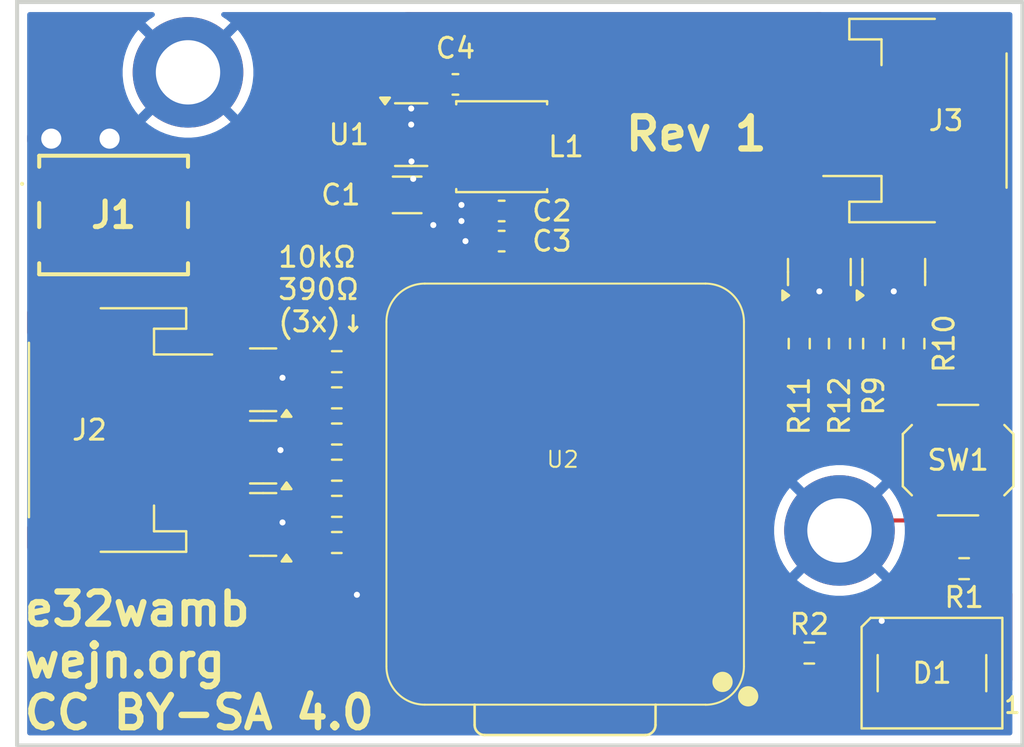
<source format=kicad_pcb>
(kicad_pcb (version 20241229) (generator "pcbnew") (generator_version "9.0")
  (title_block (title "e32wamb pcb") (date "2025-04-08") (rev "1") (company "wejn.org") (comment 1 "Licensed under CC BY-SA 4.0") (comment 2 "Open Source Hardware"))
  (layers (0 "F.Cu" signal) (2 "B.Cu" signal) (13 "F.Paste" user) (15 "B.Paste" user) (5 "F.SilkS" user "F.Silkscreen") (7 "B.SilkS" user "B.Silkscreen") (1 "F.Mask" user) (3 "B.Mask" user) (25 "Edge.Cuts" user))
  (net 0 "")
  (net 1 "VIN")
  (net 2 "GND")
  (net 3 "+3.3V")
  (net 4 "Net-(U1-SW)")
  (net 5 "Net-(U1-BST)")
  (net 7 "Net-(D1-DIN)")
  (net 8 "led 0")
  (net 9 "led 2")
  (net 10 "led 1")
  (net 11 "led 3")
  (net 12 "led 4")
  (net 13 "Net-(Q1-G)")
  (net 14 "Net-(Q2-G)")
  (net 15 "Net-(Q3-G)")
  (net 16 "Net-(Q4-G)")
  (net 17 "Net-(Q5-G)")
  (net 18 "reset button")
  (net 19 "status indicator")
  (net 20 "pwm drive 0")
  (net 21 "pwm drive 1")
  (net 22 "pwm drive 2")
  (net 23 "pwm drive 3")
  (net 24 "pwm drive 4")
  (footprint "Resistor_SMD:R_0603_1608Metric" (layer "F.Cu") (at 94.6 67 90)
    (property "Reference" "R10" (at 0 1.5 90) (layer "F.SilkS"))
    (property "Value" "10kΩ" (hide yes))
    (fp_line (start -0.237258 -0.5225) (end 0.237258 -0.5225) (stroke (width 0.12)) (layer "F.SilkS"))
    (fp_line (start -0.237258 0.5225) (end 0.237258 0.5225) (stroke (width 0.12)) (layer "F.SilkS"))
    (pad "1" smd roundrect (at -0.825 0 90) (size 0.8 0.95) (layers "F.Cu" "F.Mask" "F.Paste") (net 23 "pwm drive 3"))
    (pad "2" smd roundrect (at 0.825 0 90) (size 0.8 0.95) (layers "F.Cu" "F.Mask" "F.Paste") (net 2 "GND"))
  )
  (footprint "Resistor_SMD:R_0603_1608Metric" (layer "F.Cu") (at 65.9 76.9)
    (property "Reference" "R7" (hide yes))
    (property "Value" "390Ω" (hide yes))
    (fp_line (start -0.237258 -0.5225) (end 0.237258 -0.5225) (stroke (width 0.12)) (layer "F.SilkS"))
    (fp_line (start -0.237258 0.5225) (end 0.237258 0.5225) (stroke (width 0.12)) (layer "F.SilkS"))
    (pad "1" smd roundrect (at -0.825 0) (size 0.8 0.95) (layers "F.Cu" "F.Mask" "F.Paste") (net 15 "Net-(Q3-G)"))
    (pad "2" smd roundrect (at 0.825 0) (size 0.8 0.95) (layers "F.Cu" "F.Mask" "F.Paste") (net 22 "pwm drive 2"))
  )
  (footprint "Resistor_SMD:R_0603_1608Metric" (layer "F.Cu") (at 65.9 75.1 180)
    (property "Reference" "R8" (hide yes))
    (property "Value" "10kΩ" (hide yes))
    (fp_line (start -0.237258 0.5225) (end 0.237258 0.5225) (stroke (width 0.12)) (layer "F.SilkS"))
    (fp_line (start -0.237258 -0.5225) (end 0.237258 -0.5225) (stroke (width 0.12)) (layer "F.SilkS"))
    (pad "1" smd roundrect (at -0.825 0 180) (size 0.8 0.95) (layers "F.Cu" "F.Mask" "F.Paste") (net 22 "pwm drive 2"))
    (pad "2" smd roundrect (at 0.825 0 180) (size 0.8 0.95) (layers "F.Cu" "F.Mask" "F.Paste") (net 2 "GND"))
  )
  (footprint "Package_TO_SOT_SMD:SOT-23" (layer "F.Cu") (at 89.9 63.4375 90)
    (property "Reference" "Q5" (hide yes))
    (property "Value" "AO3400" (hide yes))
    (fp_line (start 0 -1.56) (end 0.65 -1.56) (stroke (width 0.12)) (layer "F.SilkS"))
    (fp_line (start 0 -1.56) (end -0.65 -1.56) (stroke (width 0.12)) (layer "F.SilkS"))
    (fp_line (start 0 1.56) (end 0.65 1.56) (stroke (width 0.12)) (layer "F.SilkS"))
    (fp_line (start 0 1.56) (end -0.65 1.56) (stroke (width 0.12)) (layer "F.SilkS"))
    (fp_poly (pts (xy -1.1625 -1.51) (xy -1.4025 -1.84) (xy -0.9225 -1.84) (xy -1.1625 -1.51)) (stroke (width 0.12)) (fill yes) (layer "F.SilkS"))
    (pad "1" smd roundrect (at -0.9375 -0.95 90) (size 1.475 0.6) (layers "F.Cu" "F.Mask" "F.Paste") (net 17 "Net-(Q5-G)"))
    (pad "2" smd roundrect (at -0.9375 0.95 90) (size 1.475 0.6) (layers "F.Cu" "F.Mask" "F.Paste") (net 2 "GND"))
    (pad "3" smd roundrect (at 0.9375 0 90) (size 1.475 0.6) (layers "F.Cu" "F.Mask" "F.Paste") (net 12 "led 4"))
  )
  (footprint "Resistor_SMD:R_0603_1608Metric" (layer "F.Cu") (at 89.4 82.4)
    (property "Reference" "R2" (at 0 -1.43 0) (layer "F.SilkS"))
    (property "Value" "0Ω" (hide yes))
    (fp_line (start -0.237258 -0.5225) (end 0.237258 -0.5225) (stroke (width 0.12)) (layer "F.SilkS"))
    (fp_line (start -0.237258 0.5225) (end 0.237258 0.5225) (stroke (width 0.12)) (layer "F.SilkS"))
    (pad "1" smd roundrect (at -0.825 0) (size 0.8 0.95) (layers "F.Cu" "F.Mask" "F.Paste") (net 19 "status indicator"))
    (pad "2" smd roundrect (at 0.825 0) (size 0.8 0.95) (layers "F.Cu" "F.Mask" "F.Paste") (net 7 "Net-(D1-DIN)"))
  )
  (footprint "Package_TO_SOT_SMD:SOT-23" (layer "F.Cu") (at 62.2375 68.8 180)
    (property "Reference" "Q1" (hide yes))
    (property "Value" "AO3400" (hide yes))
    (fp_line (start 0 1.56) (end 0.65 1.56) (stroke (width 0.12)) (layer "F.SilkS"))
    (fp_line (start 0 1.56) (end -0.65 1.56) (stroke (width 0.12)) (layer "F.SilkS"))
    (fp_line (start 0 -1.56) (end 0.65 -1.56) (stroke (width 0.12)) (layer "F.SilkS"))
    (fp_line (start 0 -1.56) (end -0.65 -1.56) (stroke (width 0.12)) (layer "F.SilkS"))
    (fp_poly (pts (xy -1.1625 -1.51) (xy -1.4025 -1.84) (xy -0.9225 -1.84) (xy -1.1625 -1.51)) (stroke (width 0.12)) (fill yes) (layer "F.SilkS"))
    (pad "1" smd roundrect (at -0.9375 -0.95 180) (size 1.475 0.6) (layers "F.Cu" "F.Mask" "F.Paste") (net 13 "Net-(Q1-G)"))
    (pad "2" smd roundrect (at -0.9375 0.95 180) (size 1.475 0.6) (layers "F.Cu" "F.Mask" "F.Paste") (net 2 "GND"))
    (pad "3" smd roundrect (at 0.9375 0 180) (size 1.475 0.6) (layers "F.Cu" "F.Mask" "F.Paste") (net 8 "led 0"))
  )
  (footprint "Inductor_SMD:L_Sunlord_SWPA4030S" (layer "F.Cu") (at 74.1 57.2)
    (property "Reference" "L1" (at 3.2 0 0) (layer "F.SilkS"))
    (property "Value" "3.9μH" (hide yes))
    (fp_line (start -2.26 -2.26) (end -2.26 -2.11) (stroke (width 0.12)) (layer "F.SilkS"))
    (fp_line (start -2.26 -2.26) (end 2.26 -2.26) (stroke (width 0.12)) (layer "F.SilkS"))
    (fp_line (start -2.26 2.26) (end -2.26 2.11) (stroke (width 0.12)) (layer "F.SilkS"))
    (fp_line (start -2.26 2.26) (end 2.26 2.26) (stroke (width 0.12)) (layer "F.SilkS"))
    (fp_line (start 2.26 -2.26) (end 2.26 -2.11) (stroke (width 0.12)) (layer "F.SilkS"))
    (fp_line (start 2.26 2.26) (end 2.26 2.11) (stroke (width 0.12)) (layer "F.SilkS"))
    (pad "1" smd roundrect (at -1.5 0) (size 1.1 3.7) (layers "F.Cu" "F.Mask" "F.Paste") (roundrect_rratio 0.227273) (net 4 "Net-(U1-SW)"))
    (pad "2" smd roundrect (at 1.5 0) (size 1.1 3.7) (layers "F.Cu" "F.Mask" "F.Paste") (roundrect_rratio 0.227273) (net 3 "+3.3V"))
  )
  (footprint "Capacitor_SMD:C_0603_1608Metric" (layer "F.Cu") (at 74.1 61.9 180)
    (property "Reference" "C3" (at -2.5 0 0) (layer "F.SilkS"))
    (property "Value" "22μF" (hide yes))
    (fp_line (start -0.14058 0.51) (end 0.14058 0.51) (stroke (width 0.12)) (layer "F.SilkS"))
    (fp_line (start -0.14058 -0.51) (end 0.14058 -0.51) (stroke (width 0.12)) (layer "F.SilkS"))
    (pad "1" smd roundrect (at -0.775 0 180) (size 0.9 0.95) (layers "F.Cu" "F.Mask" "F.Paste") (net 3 "+3.3V"))
    (pad "2" smd roundrect (at 0.775 0 180) (size 0.9 0.95) (layers "F.Cu" "F.Mask" "F.Paste") (net 2 "GND"))
  )
  (footprint "Capacitor_SMD:C_0603_1608Metric" (layer "F.Cu") (at 74.1 60.4 180)
    (property "Reference" "C2" (at -2.5 0 0) (layer "F.SilkS"))
    (property "Value" "22μF" (hide yes))
    (fp_line (start -0.14058 0.51) (end 0.14058 0.51) (stroke (width 0.12)) (layer "F.SilkS"))
    (fp_line (start -0.14058 -0.51) (end 0.14058 -0.51) (stroke (width 0.12)) (layer "F.SilkS"))
    (pad "1" smd roundrect (at -0.775 0 180) (size 0.9 0.95) (layers "F.Cu" "F.Mask" "F.Paste") (net 3 "+3.3V"))
    (pad "2" smd roundrect (at 0.775 0 180) (size 0.9 0.95) (layers "F.Cu" "F.Mask" "F.Paste") (net 2 "GND"))
  )
  (footprint "Capacitor_SMD:C_0603_1608Metric" (layer "F.Cu") (at 71.8 54.1 180)
    (property "Reference" "C4" (at 0 1.8 0) (layer "F.SilkS"))
    (property "Value" "100nF" (hide yes))
    (fp_line (start -0.14058 0.51) (end 0.14058 0.51) (stroke (width 0.12)) (layer "F.SilkS"))
    (fp_line (start -0.14058 -0.51) (end 0.14058 -0.51) (stroke (width 0.12)) (layer "F.SilkS"))
    (pad "1" smd roundrect (at -0.775 0 180) (size 0.9 0.95) (layers "F.Cu" "F.Mask" "F.Paste") (net 4 "Net-(U1-SW)"))
    (pad "2" smd roundrect (at 0.775 0 180) (size 0.9 0.95) (layers "F.Cu" "F.Mask" "F.Paste") (net 5 "Net-(U1-BST)"))
  )
  (footprint "Package_TO_SOT_SMD:SOT-23" (layer "F.Cu") (at 62.2375 72.4 180)
    (property "Reference" "Q2" (hide yes))
    (property "Value" "AO3400" (hide yes))
    (fp_line (start 0 1.56) (end 0.65 1.56) (stroke (width 0.12)) (layer "F.SilkS"))
    (fp_line (start 0 1.56) (end -0.65 1.56) (stroke (width 0.12)) (layer "F.SilkS"))
    (fp_line (start 0 -1.56) (end 0.65 -1.56) (stroke (width 0.12)) (layer "F.SilkS"))
    (fp_line (start 0 -1.56) (end -0.65 -1.56) (stroke (width 0.12)) (layer "F.SilkS"))
    (fp_poly (pts (xy -1.1625 -1.51) (xy -1.4025 -1.84) (xy -0.9225 -1.84) (xy -1.1625 -1.51)) (stroke (width 0.12)) (fill yes) (layer "F.SilkS"))
    (pad "1" smd roundrect (at -0.9375 -0.95 180) (size 1.475 0.6) (layers "F.Cu" "F.Mask" "F.Paste") (net 14 "Net-(Q2-G)"))
    (pad "2" smd roundrect (at -0.9375 0.95 180) (size 1.475 0.6) (layers "F.Cu" "F.Mask" "F.Paste") (net 2 "GND"))
    (pad "3" smd roundrect (at 0.9375 0 180) (size 1.475 0.6) (layers "F.Cu" "F.Mask" "F.Paste") (net 10 "led 1"))
  )
  (footprint "misc-lib:JST_PH_S4B-PH-SM4-TB_1x04-1MP_P2.00mm_Horizontal" (layer "F.Cu") (at 55.1 71.3 -90)
    (property "Reference" "J2" (at 0 1.5 0) (layer "F.SilkS"))
    (property "Value" "Conn_01x04" (hide yes))
    (fp_line (start -4.34 4.51) (end 4.34 4.51) (stroke (width 0.12)) (layer "F.SilkS"))
    (fp_line (start -6.06 0.94) (end -6.06 -3.31) (stroke (width 0.12)) (layer "F.SilkS"))
    (fp_line (start 6.06 0.94) (end 6.06 -3.31) (stroke (width 0.12)) (layer "F.SilkS"))
    (fp_line (start -5.04 -1.71) (end -3.76 -1.71) (stroke (width 0.12)) (layer "F.SilkS"))
    (fp_line (start -3.76 -1.71) (end -3.76 -4.6) (stroke (width 0.12)) (layer "F.SilkS"))
    (fp_line (start 5.04 -1.71) (end 3.76 -1.71) (stroke (width 0.12)) (layer "F.SilkS"))
    (fp_line (start -6.06 -3.31) (end -5.04 -3.31) (stroke (width 0.12)) (layer "F.SilkS"))
    (fp_line (start -5.04 -3.31) (end -5.04 -1.71) (stroke (width 0.12)) (layer "F.SilkS"))
    (fp_line (start 5.04 -3.31) (end 5.04 -1.71) (stroke (width 0.12)) (layer "F.SilkS"))
    (fp_line (start 6.06 -3.31) (end 5.04 -3.31) (stroke (width 0.12)) (layer "F.SilkS"))
    (pad "1" smd roundrect (at -3 -2.85 270) (size 1 3.5) (layers "F.Cu" "F.Mask" "F.Paste") (net 1 "VIN"))
    (pad "2" smd roundrect (at -1 -2.85 270) (size 1 3.5) (layers "F.Cu" "F.Mask" "F.Paste") (net 8 "led 0"))
    (pad "3" smd roundrect (at 1 -2.85 270) (size 1 3.5) (layers "F.Cu" "F.Mask" "F.Paste") (net 10 "led 1"))
    (pad "4" smd roundrect (at 3 -2.85 270) (size 1 3.5) (layers "F.Cu" "F.Mask" "F.Paste") (net 9 "led 2"))
    (pad "MP" smd roundrect (at -5.35 2.9 270) (size 1.5 3.4) (layers "F.Cu" "F.Mask" "F.Paste") (roundrect_rratio 0.166667))
    (pad "MP" smd roundrect (at 5.35 2.9 270) (size 1.5 3.4) (layers "F.Cu" "F.Mask" "F.Paste") (roundrect_rratio 0.166667))
  )
  (footprint "Resistor_SMD:R_0603_1608Metric" (layer "F.Cu") (at 65.9 69.7)
    (property "Reference" "R3" (hide yes))
    (property "Value" "390Ω" (hide yes))
    (fp_line (start -0.237258 -0.5225) (end 0.237258 -0.5225) (stroke (width 0.12)) (layer "F.SilkS"))
    (fp_line (start -0.237258 0.5225) (end 0.237258 0.5225) (stroke (width 0.12)) (layer "F.SilkS"))
    (pad "1" smd roundrect (at -0.825 0) (size 0.8 0.95) (layers "F.Cu" "F.Mask" "F.Paste") (net 13 "Net-(Q1-G)"))
    (pad "2" smd roundrect (at 0.825 0) (size 0.8 0.95) (layers "F.Cu" "F.Mask" "F.Paste") (net 20 "pwm drive 0"))
  )
  (footprint "Package_TO_SOT_SMD:SOT-23" (layer "F.Cu") (at 62.2375 76 180)
    (property "Reference" "Q3" (hide yes))
    (property "Value" "AO3400" (hide yes))
    (fp_line (start 0 1.56) (end 0.65 1.56) (stroke (width 0.12)) (layer "F.SilkS"))
    (fp_line (start 0 1.56) (end -0.65 1.56) (stroke (width 0.12)) (layer "F.SilkS"))
    (fp_line (start 0 -1.56) (end 0.65 -1.56) (stroke (width 0.12)) (layer "F.SilkS"))
    (fp_line (start 0 -1.56) (end -0.65 -1.56) (stroke (width 0.12)) (layer "F.SilkS"))
    (fp_poly (pts (xy -1.1625 -1.51) (xy -1.4025 -1.84) (xy -0.9225 -1.84) (xy -1.1625 -1.51)) (stroke (width 0.12)) (fill yes) (layer "F.SilkS"))
    (pad "1" smd roundrect (at -0.9375 -0.95 180) (size 1.475 0.6) (layers "F.Cu" "F.Mask" "F.Paste") (net 15 "Net-(Q3-G)"))
    (pad "2" smd roundrect (at -0.9375 0.95 180) (size 1.475 0.6) (layers "F.Cu" "F.Mask" "F.Paste") (net 2 "GND"))
    (pad "3" smd roundrect (at 0.9375 0 180) (size 1.475 0.6) (layers "F.Cu" "F.Mask" "F.Paste") (net 9 "led 2"))
  )
  (footprint "misc-lib:JST_PH_S3B-PH-SM4-TB_1x03-1MP_P2.00mm_Horizontal" (layer "F.Cu") (at 94.7 55.9 90)
    (property "Reference" "J3" (at 0 1.5 180) (layer "F.SilkS"))
    (property "Value" "Conn_01x03" (hide yes))
    (fp_line (start 5.06 -3.31) (end 4.04 -3.31) (stroke (width 0.12)) (layer "F.SilkS"))
    (fp_line (start 4.04 -3.31) (end 4.04 -1.71) (stroke (width 0.12)) (layer "F.SilkS"))
    (fp_line (start -4.04 -3.31) (end -4.04 -1.71) (stroke (width 0.12)) (layer "F.SilkS"))
    (fp_line (start -5.06 -3.31) (end -4.04 -3.31) (stroke (width 0.12)) (layer "F.SilkS"))
    (fp_line (start 4.04 -1.71) (end 2.76 -1.71) (stroke (width 0.12)) (layer "F.SilkS"))
    (fp_line (start -2.76 -1.71) (end -2.76 -4.6) (stroke (width 0.12)) (layer "F.SilkS"))
    (fp_line (start -4.04 -1.71) (end -2.76 -1.71) (stroke (width 0.12)) (layer "F.SilkS"))
    (fp_line (start 5.06 0.94) (end 5.06 -3.31) (stroke (width 0.12)) (layer "F.SilkS"))
    (fp_line (start -5.06 0.94) (end -5.06 -3.31) (stroke (width 0.12)) (layer "F.SilkS"))
    (fp_line (start -3.34 4.51) (end 3.34 4.51) (stroke (width 0.12)) (layer "F.SilkS"))
    (pad "1" smd roundrect (at -2 -2.85 90) (size 1 3.5) (layers "F.Cu" "F.Mask" "F.Paste") (net 11 "led 3"))
    (pad "2" smd roundrect (at 0 -2.85 90) (size 1 3.5) (layers "F.Cu" "F.Mask" "F.Paste") (net 12 "led 4"))
    (pad "3" smd roundrect (at 2 -2.85 90) (size 1 3.5) (layers "F.Cu" "F.Mask" "F.Paste") (net 1 "VIN"))
    (pad "MP" smd roundrect (at -4.35 2.9 90) (size 1.5 3.4) (layers "F.Cu" "F.Mask" "F.Paste") (roundrect_rratio 0.166667))
    (pad "MP" smd roundrect (at 4.35 2.9 90) (size 1.5 3.4) (layers "F.Cu" "F.Mask" "F.Paste") (roundrect_rratio 0.166667))
  )
  (footprint "MountingHole:MountingHole_3.2mm_M3_ISO14580_Pad" (layer "F.Cu") (at 58.5 53.5)
    (property "Reference" "H1" (hide yes))
    (property "Value" "MountingHole_Pad" (hide yes))
    (pad "1" thru_hole circle (at 0 0) (size 5.5 5.5) (drill 3.2) (layers "*.Cu" "*.Mask") (net 2 "GND"))
  )
  (footprint "xiao:XIAO-ESP32C6-SMD" (layer "F.Cu") (at 77.032 74.4532 180)
    (property "Reference" "U2" (at -0.968 2.1532 0) (layer "F.SilkS") (effects (font (size 0.8 0.8) (thickness 0.1)) (justify right top)))
    (property "Value" "XIAO-ESP32-C6-SMD")
    (fp_line (start 8.6634 8.5345) (end 8.6634 -8.6105) (stroke (width 0.1)) (layer "F.SilkS"))
    (fp_line (start 6.7584 -10.5155) (end -7.2116 -10.5155) (stroke (width 0.1)) (layer "F.SilkS"))
    (fp_line (start 4.2774 -11.5255) (end 4.2774 -10.5155) (stroke (width 0.127)) (layer "F.SilkS"))
    (fp_line (start -4.217872 -12.0255) (end 3.7774 -12.0255) (stroke (width 0.127)) (layer "F.SilkS"))
    (fp_line (start -4.7216 -10.5155) (end -4.717872 -11.525772) (stroke (width 0.127)) (layer "F.SilkS"))
    (fp_line (start -7.2116 10.4395) (end 6.7584 10.4395) (stroke (width 0.1)) (layer "F.SilkS"))
    (fp_line (start -9.1166 8.5345) (end -9.1166 -8.6105) (stroke (width 0.1)) (layer "F.SilkS"))
    (fp_arc (start 8.6634 8.5345) (mid 8.105438 9.881538) (end 6.7584 10.4395) (stroke (width 0.1)) (layer "F.SilkS"))
    (fp_arc (start 6.7584 -10.5155) (mid 8.105438 -9.957538) (end 8.6634 -8.6105) (stroke (width 0.1)) (layer "F.SilkS"))
    (fp_arc (start 3.7774 -12.0255) (mid 4.130953 -11.879053) (end 4.2774 -11.5255) (stroke (width 0.127)) (layer "F.SilkS"))
    (fp_arc (start -4.717872 -11.525772) (mid -4.571324 -11.879144) (end -4.217872 -12.0255) (stroke (width 0.127)) (layer "F.SilkS"))
    (fp_arc (start -7.2116 10.4395) (mid -8.558638 9.881538) (end -9.1166 8.5345) (stroke (width 0.1)) (layer "F.SilkS"))
    (fp_arc (start -9.1166 -8.6145) (mid -8.558638 -9.961538) (end -7.2116 -10.5195) (stroke (width 0.1)) (layer "F.SilkS"))
    (fp_circle (center -8.0526 -9.3825) (end -8.0526 -9.6365) (stroke (width 0.5)) (fill yes) (layer "F.SilkS"))
    (fp_circle (center -9.3266 -10.0995) (end -9.3266 -10.3535) (stroke (width 0.5)) (fill yes) (layer "F.SilkS"))
    (pad "1" smd roundrect (at -8.2816 -7.5985 180) (size 2.75 2) (layers "F.Cu" "F.Mask" "F.Paste") (net 19 "status indicator"))
    (pad "2" smd roundrect (at -8.2816 -5.0585 180) (size 2.75 2) (layers "F.Cu" "F.Mask" "F.Paste") (net 18 "reset button"))
    (pad "3" smd roundrect (at -8.2816 -2.5185 180) (size 2.75 2) (layers "F.Cu" "F.Mask" "F.Paste"))
    (pad "4" smd roundrect (at -8.2816 0.0215 180) (size 2.75 2) (layers "F.Cu" "F.Mask" "F.Paste") (net 23 "pwm drive 3"))
    (pad "5" smd roundrect (at -8.2816 2.5615 180) (size 2.75 2) (layers "F.Cu" "F.Mask" "F.Paste") (net 24 "pwm drive 4"))
    (pad "6" smd roundrect (at -8.2816 5.1015 180) (size 2.75 2) (layers "F.Cu" "F.Mask" "F.Paste"))
    (pad "7" smd roundrect (at -8.2816 7.6415 180) (size 2.75 2) (layers "F.Cu" "F.Mask" "F.Paste"))
    (pad "8" smd roundrect (at 7.8834 7.6415 180) (size 2.75 2) (layers "F.Cu" "F.Mask" "F.Paste"))
    (pad "9" smd roundrect (at 7.8834 5.1015 180) (size 2.75 2) (layers "F.Cu" "F.Mask" "F.Paste") (net 21 "pwm drive 1"))
    (pad "10" smd roundrect (at 7.8834 2.5615 180) (size 2.75 2) (layers "F.Cu" "F.Mask" "F.Paste") (net 22 "pwm drive 2"))
    (pad "11" smd roundrect (at 7.8834 0.0215 180) (size 2.75 2) (layers "F.Cu" "F.Mask" "F.Paste") (net 20 "pwm drive 0"))
    (pad "12" smd roundrect (at 7.8834 -2.5185 180) (size 2.75 2) (layers "F.Cu" "F.Mask" "F.Paste") (net 3 "+3.3V"))
    (pad "13" smd roundrect (at 7.8834 -5.0585 180) (size 2.75 2) (layers "F.Cu" "F.Mask" "F.Paste") (net 2 "GND"))
    (pad "14" smd roundrect (at 7.8834 -7.5985 180) (size 2.75 2) (layers "F.Cu" "F.Mask" "F.Paste"))
    (pad "15" smd roundrect (at -2.008 5.5532 90) (size 2.5 1.1) (layers "F.Cu" "F.Mask" "F.Paste"))
    (pad "16" smd roundrect (at 0.532 5.5532 90) (size 2.5 1.1) (layers "F.Cu" "F.Mask" "F.Paste"))
    (pad "17" smd circle (at -1.5 -8.62 180) (size 1.7 1.7) (layers "F.Cu" "F.Mask" "F.Paste"))
    (pad "18" smd circle (at 1.04 -8.62 180) (size 1.7 1.7) (layers "F.Cu" "F.Mask" "F.Paste"))
    (pad "19" smd circle (at -1.5 -6.08 180) (size 1.7 1.7) (layers "F.Cu" "F.Mask" "F.Paste"))
    (pad "20" smd circle (at 1.04 -6.08 180) (size 1.7 1.7) (layers "F.Cu" "F.Mask" "F.Paste"))
    (pad "21" smd circle (at -1.5 -3.54 180) (size 1.7 1.7) (layers "F.Cu" "F.Mask" "F.Paste"))
    (pad "22" smd circle (at 1.04 -3.54 180) (size 1.7 1.7) (layers "F.Cu" "F.Mask" "F.Paste"))
    (pad "23" smd circle (at -1.5 -1 180) (size 1.7 1.7) (layers "F.Cu" "F.Mask" "F.Paste"))
    (pad "24" smd circle (at 0.9474 -1.0568 180) (size 1.7 1.7) (layers "F.Cu" "F.Mask" "F.Paste"))
  )
  (footprint "MountingHole:MountingHole_3.2mm_M3_ISO14580_Pad" (layer "F.Cu") (at 90.9 76.3)
    (property "Reference" "H2" (hide yes))
    (property "Value" "MountingHole_Pad" (hide yes))
    (pad "1" thru_hole circle (at 0 0) (size 5.5 5.5) (drill 3.2) (layers "*.Cu" "*.Mask") (net 2 "GND"))
  )
  (footprint "Resistor_SMD:R_0603_1608Metric" (layer "F.Cu") (at 65.9 67.9 180)
    (property "Reference" "R4" (hide yes))
    (property "Value" "10kΩ" (hide yes))
    (fp_line (start -0.237258 0.5225) (end 0.237258 0.5225) (stroke (width 0.12)) (layer "F.SilkS"))
    (fp_line (start -0.237258 -0.5225) (end 0.237258 -0.5225) (stroke (width 0.12)) (layer "F.SilkS"))
    (pad "1" smd roundrect (at -0.825 0 180) (size 0.8 0.95) (layers "F.Cu" "F.Mask" "F.Paste") (net 20 "pwm drive 0"))
    (pad "2" smd roundrect (at 0.825 0 180) (size 0.8 0.95) (layers "F.Cu" "F.Mask" "F.Paste") (net 2 "GND"))
  )
  (footprint "Package_TO_SOT_SMD:SOT-23" (layer "F.Cu") (at 93.6 63.4375 90)
    (property "Reference" "Q4" (hide yes))
    (property "Value" "AO3400" (hide yes))
    (fp_line (start 0 -1.56) (end 0.65 -1.56) (stroke (width 0.12)) (layer "F.SilkS"))
    (fp_line (start 0 -1.56) (end -0.65 -1.56) (stroke (width 0.12)) (layer "F.SilkS"))
    (fp_line (start 0 1.56) (end 0.65 1.56) (stroke (width 0.12)) (layer "F.SilkS"))
    (fp_line (start 0 1.56) (end -0.65 1.56) (stroke (width 0.12)) (layer "F.SilkS"))
    (fp_poly (pts (xy -1.1625 -1.51) (xy -1.4025 -1.84) (xy -0.9225 -1.84) (xy -1.1625 -1.51)) (stroke (width 0.12)) (fill yes) (layer "F.SilkS"))
    (pad "1" smd roundrect (at -0.9375 -0.95 90) (size 1.475 0.6) (layers "F.Cu" "F.Mask" "F.Paste") (net 16 "Net-(Q4-G)"))
    (pad "2" smd roundrect (at -0.9375 0.95 90) (size 1.475 0.6) (layers "F.Cu" "F.Mask" "F.Paste") (net 2 "GND"))
    (pad "3" smd roundrect (at 0.9375 0 90) (size 1.475 0.6) (layers "F.Cu" "F.Mask" "F.Paste") (net 11 "led 3"))
  )
  (footprint "Capacitor_SMD:C_1206_3216Metric" (layer "F.Cu") (at 69.4 59.6)
    (property "Reference" "C1" (at -3.3 0 0) (layer "F.SilkS"))
    (property "Value" "10μF" (hide yes))
    (fp_line (start -0.711252 -0.91) (end 0.711252 -0.91) (stroke (width 0.12)) (layer "F.SilkS"))
    (fp_line (start -0.711252 0.91) (end 0.711252 0.91) (stroke (width 0.12)) (layer "F.SilkS"))
    (pad "1" smd roundrect (at -1.475 0) (size 1.15 1.8) (layers "F.Cu" "F.Mask" "F.Paste") (roundrect_rratio 0.217391) (net 1 "VIN"))
    (pad "2" smd roundrect (at 1.475 0) (size 1.15 1.8) (layers "F.Cu" "F.Mask" "F.Paste") (roundrect_rratio 0.217391) (net 2 "GND"))
  )
  (footprint "Resistor_SMD:R_0603_1608Metric" (layer "F.Cu") (at 65.9 71.5 180)
    (property "Reference" "R6" (hide yes))
    (property "Value" "10kΩ" (hide yes))
    (fp_line (start -0.237258 0.5225) (end 0.237258 0.5225) (stroke (width 0.12)) (layer "F.SilkS"))
    (fp_line (start -0.237258 -0.5225) (end 0.237258 -0.5225) (stroke (width 0.12)) (layer "F.SilkS"))
    (pad "1" smd roundrect (at -0.825 0 180) (size 0.8 0.95) (layers "F.Cu" "F.Mask" "F.Paste") (net 21 "pwm drive 1"))
    (pad "2" smd roundrect (at 0.825 0 180) (size 0.8 0.95) (layers "F.Cu" "F.Mask" "F.Paste") (net 2 "GND"))
  )
  (footprint "Resistor_SMD:R_0603_1608Metric" (layer "F.Cu") (at 97.1 78.2 180)
    (property "Reference" "R1" (at 0 -1.43 0) (layer "F.SilkS"))
    (property "Value" "10kΩ" (hide yes))
    (fp_line (start -0.237258 0.5225) (end 0.237258 0.5225) (stroke (width 0.12)) (layer "F.SilkS"))
    (fp_line (start -0.237258 -0.5225) (end 0.237258 -0.5225) (stroke (width 0.12)) (layer "F.SilkS"))
    (pad "1" smd roundrect (at -0.825 0 180) (size 0.8 0.95) (layers "F.Cu" "F.Mask" "F.Paste") (net 3 "+3.3V"))
    (pad "2" smd roundrect (at 0.825 0 180) (size 0.8 0.95) (layers "F.Cu" "F.Mask" "F.Paste") (net 18 "reset button"))
  )
  (footprint "LED_SMD:LED_WS2812B_PLCC4_5.0x5.0mm_P3.2mm" (layer "F.Cu") (at 95.5 83.4 180)
    (property "Reference" "D1" (at 0 0 0) (layer "F.SilkS"))
    (property "Value" "WS2812B" (hide yes))
    (fp_line (start 3.5 2.3) (end 3.5 -2.75) (stroke (width 0.12)) (layer "F.SilkS"))
    (fp_line (start 3.05 2.75) (end 3.5 2.3) (stroke (width 0.12)) (layer "F.SilkS"))
    (fp_line (start 2.7 0.9) (end 2.7 -0.9) (stroke (width 0.12)) (layer "F.SilkS"))
    (fp_line (start -2.7 0.9) (end -2.7 -0.9) (stroke (width 0.12)) (layer "F.SilkS"))
    (fp_line (start -3.5 2.75) (end 3.05 2.75) (stroke (width 0.12)) (layer "F.SilkS"))
    (fp_line (start -3.5 -2.75) (end 3.5 -2.75) (stroke (width 0.12)) (layer "F.SilkS"))
    (fp_line (start -3.5 -2.75) (end -3.5 2.75) (stroke (width 0.12)) (layer "F.SilkS"))
    (fp_text user "1" (at -4 -1.6 0) (layer "F.SilkS") (effects (font (size 0.8 0.8))))
    (pad "1" smd roundrect (at -2.45 -1.65 180) (size 1.5 0.9) (layers "F.Cu" "F.Mask" "F.Paste") (roundrect_rratio 0.1) (net 3 "+3.3V"))
    (pad "2" smd roundrect (at -2.45 1.65 180) (size 1.5 0.9) (layers "F.Cu" "F.Mask" "F.Paste") (roundrect_rratio 0.1))
    (pad "3" smd roundrect (at 2.45 1.65 180) (size 1.5 0.9) (layers "F.Cu" "F.Mask" "F.Paste") (roundrect_rratio 0.1) (net 2 "GND"))
    (pad "4" smd roundrect (at 2.45 -1.65 180) (size 1.5 0.9) (layers "F.Cu" "F.Mask" "F.Paste") (roundrect_rratio 0.1) (net 7 "Net-(D1-DIN)"))
  )
  (footprint "Resistor_SMD:R_0603_1608Metric" (layer "F.Cu") (at 90.9 67 90)
    (property "Reference" "R12" (at -3.1 0 90) (layer "F.SilkS"))
    (property "Value" "10kΩ" (hide yes))
    (fp_line (start -0.237258 -0.5225) (end 0.237258 -0.5225) (stroke (width 0.12)) (layer "F.SilkS"))
    (fp_line (start -0.237258 0.5225) (end 0.237258 0.5225) (stroke (width 0.12)) (layer "F.SilkS"))
    (pad "1" smd roundrect (at -0.825 0 90) (size 0.8 0.95) (layers "F.Cu" "F.Mask" "F.Paste") (net 24 "pwm drive 4"))
    (pad "2" smd roundrect (at 0.825 0 90) (size 0.8 0.95) (layers "F.Cu" "F.Mask" "F.Paste") (net 2 "GND"))
  )
  (footprint "Resistor_SMD:R_0603_1608Metric" (layer "F.Cu") (at 92.6 67 -90)
    (property "Reference" "R9" (at 2.6 0 90) (layer "F.SilkS"))
    (property "Value" "390Ω" (hide yes))
    (fp_line (start -0.237258 0.5225) (end 0.237258 0.5225) (stroke (width 0.12)) (layer "F.SilkS"))
    (fp_line (start -0.237258 -0.5225) (end 0.237258 -0.5225) (stroke (width 0.12)) (layer "F.SilkS"))
    (pad "1" smd roundrect (at -0.825 0 270) (size 0.8 0.95) (layers "F.Cu" "F.Mask" "F.Paste") (net 16 "Net-(Q4-G)"))
    (pad "2" smd roundrect (at 0.825 0 270) (size 0.8 0.95) (layers "F.Cu" "F.Mask" "F.Paste") (net 23 "pwm drive 3"))
  )
  (footprint "Package_TO_SOT_SMD:TSOT-23-6" (layer "F.Cu") (at 69.6 56.6)
    (property "Reference" "U1" (at -3.1 0 0) (layer "F.SilkS"))
    (property "Value" "AP63203WU" (hide yes))
    (fp_line (start 0 -1.56) (end -0.8 -1.56) (stroke (width 0.12)) (layer "F.SilkS"))
    (fp_line (start 0 -1.56) (end 0.8 -1.56) (stroke (width 0.12)) (layer "F.SilkS"))
    (fp_line (start 0 1.56) (end -0.8 1.56) (stroke (width 0.12)) (layer "F.SilkS"))
    (fp_line (start 0 1.56) (end 0.8 1.56) (stroke (width 0.12)) (layer "F.SilkS"))
    (fp_poly (pts (xy -1.3 -1.51) (xy -1.54 -1.84) (xy -1.06 -1.84) (xy -1.3 -1.51)) (stroke (width 0.12)) (fill yes) (layer "F.SilkS"))
    (pad "1" smd roundrect (at -1.1375 -0.95) (size 1.325 0.6) (layers "F.Cu" "F.Mask" "F.Paste") (net 3 "+3.3V"))
    (pad "2" smd roundrect (at -1.1375 0) (size 1.325 0.6) (layers "F.Cu" "F.Mask" "F.Paste") (net 1 "VIN"))
    (pad "3" smd roundrect (at -1.1375 0.95) (size 1.325 0.6) (layers "F.Cu" "F.Mask" "F.Paste") (net 1 "VIN"))
    (pad "4" smd roundrect (at 1.1375 0.95) (size 1.325 0.6) (layers "F.Cu" "F.Mask" "F.Paste") (net 2 "GND"))
    (pad "5" smd roundrect (at 1.1375 0) (size 1.325 0.6) (layers "F.Cu" "F.Mask" "F.Paste") (net 4 "Net-(U1-SW)"))
    (pad "6" smd roundrect (at 1.1375 -0.95) (size 1.325 0.6) (layers "F.Cu" "F.Mask" "F.Paste") (net 5 "Net-(U1-BST)"))
  )
  (footprint "Resistor_SMD:R_0603_1608Metric" (layer "F.Cu") (at 65.9 73.3)
    (property "Reference" "R5" (hide yes))
    (property "Value" "390Ω" (hide yes))
    (fp_line (start -0.237258 -0.5225) (end 0.237258 -0.5225) (stroke (width 0.12)) (layer "F.SilkS"))
    (fp_line (start -0.237258 0.5225) (end 0.237258 0.5225) (stroke (width 0.12)) (layer "F.SilkS"))
    (pad "1" smd roundrect (at -0.825 0) (size 0.8 0.95) (layers "F.Cu" "F.Mask" "F.Paste") (net 14 "Net-(Q2-G)"))
    (pad "2" smd roundrect (at 0.825 0) (size 0.8 0.95) (layers "F.Cu" "F.Mask" "F.Paste") (net 21 "pwm drive 1"))
  )
  (footprint "wago-connector:2059302998403" (layer "F.Cu") (at 54.8 60.6)
    (property "Reference" "J1" (at 0 0 0) (layer "F.SilkS") (effects (font (size 1.27 1.27) (thickness 0.254))))
    (property "Value" "2059-302_998-403" (hide yes))
    (fp_line (start -4.55 -1.6) (end -4.55 -1.6) (stroke (width 0.1)) (layer "F.SilkS"))
    (fp_line (start -4.55 -1.5) (end -4.55 -1.5) (stroke (width 0.1)) (layer "F.SilkS"))
    (fp_line (start -3.7 -2.95) (end 3.7 -2.95) (stroke (width 0.2)) (layer "F.SilkS"))
    (fp_line (start -3.7 -2.4) (end -3.7 -2.95) (stroke (width 0.2)) (layer "F.SilkS"))
    (fp_line (start -3.7 -0.6) (end -3.7 0.6) (stroke (width 0.2)) (layer "F.SilkS"))
    (fp_line (start -3.7 2.4) (end -3.7 2.95) (stroke (width 0.2)) (layer "F.SilkS"))
    (fp_line (start -3.7 2.95) (end 3.7 2.95) (stroke (width 0.2)) (layer "F.SilkS"))
    (fp_line (start 3.7 -2.95) (end 3.7 -2.4) (stroke (width 0.2)) (layer "F.SilkS"))
    (fp_line (start 3.7 -0.6) (end 3.7 0.6) (stroke (width 0.2)) (layer "F.SilkS"))
    (fp_line (start 3.7 2.95) (end 3.7 2.4) (stroke (width 0.2)) (layer "F.SilkS"))
    (fp_arc (start -4.55 -1.6) (mid -4.5 -1.55) (end -4.55 -1.5) (stroke (width 0.1)) (layer "F.SilkS"))
    (fp_arc (start -4.55 -1.5) (mid -4.6 -1.55) (end -4.55 -1.6) (stroke (width 0.1)) (layer "F.SilkS"))
    (pad "1" smd rect (at -2.85 -1.5 90) (size 1.4 2.5) (layers "F.Cu" "F.Mask" "F.Paste") (net 2 "GND"))
    (pad "2" smd rect (at 3.35 -1.5 90) (size 1.4 2.5) (layers "F.Cu" "F.Mask" "F.Paste") (net 2 "GND"))
    (pad "3" smd rect (at -2.85 1.5 90) (size 1.4 2.5) (layers "F.Cu" "F.Mask" "F.Paste") (net 1 "VIN"))
    (pad "4" smd rect (at 3.35 1.5 90) (size 1.4 2.5) (layers "F.Cu" "F.Mask" "F.Paste") (net 1 "VIN"))
  )
  (footprint "Resistor_SMD:R_0603_1608Metric" (layer "F.Cu") (at 88.9 67 -90)
    (property "Reference" "R11" (at 3.1 0 90) (layer "F.SilkS"))
    (property "Value" "390Ω" (hide yes))
    (fp_line (start -0.237258 0.5225) (end 0.237258 0.5225) (stroke (width 0.12)) (layer "F.SilkS"))
    (fp_line (start -0.237258 -0.5225) (end 0.237258 -0.5225) (stroke (width 0.12)) (layer "F.SilkS"))
    (pad "1" smd roundrect (at -0.825 0 270) (size 0.8 0.95) (layers "F.Cu" "F.Mask" "F.Paste") (net 17 "Net-(Q5-G)"))
    (pad "2" smd roundrect (at 0.825 0 270) (size 0.8 0.95) (layers "F.Cu" "F.Mask" "F.Paste") (net 24 "pwm drive 4"))
  )
  (footprint "misc-lib:SW_Push_1P1T_XKB_TS-1187A" (layer "F.Cu") (at 96.8 72.8 -90)
    (property "Reference" "SW1" (at 0 0 0) (layer "F.SilkS"))
    (property "Value" "TS-1187A-B-A-B" (hide yes))
    (fp_line (start -1.3 2.75) (end 1.3 2.75) (stroke (width 0.12)) (layer "F.SilkS"))
    (fp_line (start -1.75 2.3) (end -1.3 2.75) (stroke (width 0.12)) (layer "F.SilkS"))
    (fp_line (start 1.75 2.3) (end 1.3 2.75) (stroke (width 0.12)) (layer "F.SilkS"))
    (fp_line (start -2.75 -1) (end -2.75 1) (stroke (width 0.12)) (layer "F.SilkS"))
    (fp_line (start 2.75 -1) (end 2.75 1) (stroke (width 0.12)) (layer "F.SilkS"))
    (fp_line (start -1.75 -2.3) (end -1.3 -2.75) (stroke (width 0.12)) (layer "F.SilkS"))
    (fp_line (start 1.75 -2.3) (end 1.3 -2.75) (stroke (width 0.12)) (layer "F.SilkS"))
    (fp_line (start -1.3 -2.75) (end 1.3 -2.75) (stroke (width 0.12)) (layer "F.SilkS"))
    (pad "1" smd rect (at -3 -1.875 270) (size 1 0.75) (layers "F.Cu" "F.Mask" "F.Paste") (net 18 "reset button"))
    (pad "1" smd rect (at 3 -1.875 270) (size 1 0.75) (layers "F.Cu" "F.Mask" "F.Paste") (net 18 "reset button"))
    (pad "2" smd rect (at -3 1.875 270) (size 1 0.75) (layers "F.Cu" "F.Mask" "F.Paste") (net 2 "GND"))
    (pad "2" smd rect (at 3 1.875 270) (size 1 0.75) (layers "F.Cu" "F.Mask" "F.Paste") (net 2 "GND"))
  )
  (gr_rect (start 50 50) (end 100 87) (stroke (width 0.2)) (fill no) (layer "Edge.Cuts"))
  (gr_text "10kΩ\n390Ω\n(3x)↓" (at 62.9 66.5 0) (layer "F.SilkS") (effects (font (size 1 1)) (justify left bottom)))
  (gr_text "e32wamb\nwejn.org\nCC BY-SA 4.0" (at 50.2 86.3 0) (layer "F.SilkS") (effects (font (size 1.6 1.6) (thickness 0.32) (bold yes)) (justify left bottom)))
  (gr_text "Rev 1" (at 80.1 57.5 0) (layer "F.SilkS") (effects (font (size 1.6 1.6) (thickness 0.32) (bold yes)) (justify left bottom)))
  (segment (start 65.525 62) (end 57.9 62) (width 0.4) (layer "F.Cu") (net 1))
  (segment (start 58.652 62) (end 57.9 62) (width 1.4) (layer "F.Cu") (net 1))
  (segment (start 57.8 62.1) (end 57.9 62) (width 1.4) (layer "F.Cu") (net 1))
  (segment (start 69.451 51.201) (end 58.652 62) (width 1.4) (layer "F.Cu") (net 1))
  (segment (start 51.95 62.1) (end 57.8 62.1) (width 1.4) (layer "F.Cu") (net 1))
  (segment (start 92.15 53.5) (end 89.851 51.201) (width 1.4) (layer "F.Cu") (net 1))
  (segment (start 57.9 68.25) (end 57.95 68.3) (width 1.4) (layer "F.Cu") (net 1))
  (segment (start 67.925 59.6) (end 65.525 62) (width 0.4) (layer "F.Cu") (net 1))
  (segment (start 89.851 51.201) (end 69.451 51.201) (width 1.4) (layer "F.Cu") (net 1))
  (segment (start 57.9 62) (end 57.9 68.25) (width 1.4) (layer "F.Cu") (net 1))
  (segment (start 63.175 71.45) (end 63.175 72.225) (width 0.6) (layer "F.Cu") (net 2))
  (segment (start 94.925 75.8) (end 91.4 75.8) (width 0.2) (layer "F.Cu") (net 2))
  (segment (start 93.625 64.375) (end 93.6 64.4) (width 0.6) (layer "F.Cu") (net 2))
  (segment (start 93.05 80.85) (end 93 80.8) (width 0.2) (layer "F.Cu") (net 2))
  (segment (start 90.85 64.375) (end 89.925 64.375) (width 0.6) (layer "F.Cu") (net 2))
  (segment (start 94.925 69.8) (end 94.925 75.8) (width 0.2) (layer "F.Cu") (net 2))
  (segment (start 51.95 59.1) (end 58.15 59.1) (width 1.4) (layer "F.Cu") (net 2))
  (segment (start 63.225 75.1) (end 63.175 75.05) (width 0.2) (layer "F.Cu") (net 2))
  (segment (start 89.925 64.375) (end 89.9 64.4) (width 0.6) (layer "F.Cu") (net 2))
  (segment (start 63.175 72.225) (end 63.1 72.3) (width 0.6) (layer "F.Cu") (net 2))
  (segment (start 69.7 57.9) (end 69.647975 57.9) (width 0.4) (layer "F.Cu") (net 2))
  (segment (start 63.175 75.05) (end 63.175 75.875) (width 0.6) (layer "F.Cu") (net 2))
  (segment (start 91.4 75.8) (end 90.9 76.3) (width 0.2) (layer "F.Cu") (net 2))
  (segment (start 94.55 64.375) (end 93.625 64.375) (width 0.6) (layer "F.Cu") (net 2))
  (segment (start 94.6 66.175) (end 94.6 64.425) (width 0.2) (layer "F.Cu") (net 2))
  (segment (start 63.175 67.85) (end 63.175 68.675) (width 0.6) (layer "F.Cu") (net 2))
  (segment (start 66.9117 79.5117) (end 66.9 79.5) (width 0.4) (layer "F.Cu") (net 2))
  (segment (start 94.6 64.425) (end 94.55 64.375) (width 0.2) (layer "F.Cu") (net 2))
  (segment (start 54.6 59) (end 54.6 56.8) (width 1.4) (layer "F.Cu") (net 2))
  (segment (start 69.647975 57.9) (end 69.615089 57.932886) (width 0.4) (layer "F.Cu") (net 2))
  (segment (start 69.6 55.2) (end 69.614574 55.214574) (width 0.4) (layer "F.Cu") (net 2))
  (segment (start 69.614574 55.214574) (end 69.614574 55.285426) (width 0.4) (layer "F.Cu") (net 2))
  (segment (start 63.225 71.5) (end 63.175 71.45) (width 0.2) (layer "F.Cu") (net 2))
  (segment (start 51.7 59) (end 51.7 56.8) (width 1.4) (layer "F.Cu") (net 2))
  (segment (start 93.05 81.75) (end 93.05 80.85) (width 0.2) (layer "F.Cu") (net 2))
  (segment (start 63.225 67.9) (end 63.175 67.85) (width 0.2) (layer "F.Cu") (net 2))
  (segment (start 90.85 64.375) (end 90.85 66.125) (width 0.2) (layer "F.Cu") (net 2))
  (segment (start 69.1486 79.5117) (end 66.9117 79.5117) (width 0.4) (layer "F.Cu") (net 2))
  (segment (start 69.614574 55.285426) (end 69.6 55.3) (width 0.4) (layer "F.Cu") (net 2))
  (segment (start 65.075 67.9) (end 63.225 67.9) (width 0.2) (layer "F.Cu") (net 2))
  (segment (start 65.075 71.5) (end 63.225 71.5) (width 0.2) (layer "F.Cu") (net 2))
  (segment (start 63.175 68.675) (end 63.2 68.7) (width 0.2) (layer "F.Cu") (net 2))
  (segment (start 91.1 76.5) (end 90.9 76.3) (width 0.2) (layer "F.Cu") (net 2))
  (segment (start 65.075 75.1) (end 63.225 75.1) (width 0.2) (layer "F.Cu") (net 2))
  (segment (start 94.925 69.8) (end 94.9 69.8) (width 0.6) (layer "F.Cu") (net 2))
  (segment (start 63.175 75.875) (end 63.2 75.9) (width 0.2) (layer "F.Cu") (net 2))
  (segment (start 90.85 66.125) (end 90.9 66.175) (width 0.2) (layer "F.Cu") (net 2))
  (segment (start 70.7375 59.4625) (end 70.875 59.6) (width 0.4) (layer "F.Cu") (net 2))
  (via (at 69.6 55.3) (size 0.6) (drill 0.3) (layers "F.Cu" "B.Cu") (net 2))
  (via (at 93 80.8) (size 0.6) (drill 0.3) (layers "F.Cu" "B.Cu") (net 2))
  (via (at 93.6 64.4) (size 0.9) (drill 0.3) (layers "F.Cu" "B.Cu") (net 2))
  (via (at 69.6 56.1) (size 0.6) (drill 0.3) (layers "F.Cu" "B.Cu") (net 2))
  (via (at 63.2 68.7) (size 0.9) (drill 0.3) (layers "F.Cu" "B.Cu") (net 2))
  (via (at 69.7 58.8) (size 0.6) (drill 0.3) (layers "F.Cu" "B.Cu") (net 2))
  (via (at 72.3 61.9) (size 0.6) (drill 0.3) (layers "F.Cu" "B.Cu") (net 2))
  (via (at 70.7 61.1) (size 0.6) (drill 0.3) (layers "F.Cu" "B.Cu") (net 2))
  (via (at 63.2 75.9) (size 0.9) (drill 0.3) (layers "F.Cu" "B.Cu") (net 2))
  (via (at 89.9 64.4) (size 0.9) (drill 0.3) (layers "F.Cu" "B.Cu") (net 2))
  (via (at 66.9 79.5) (size 0.9) (drill 0.3) (layers "F.Cu" "B.Cu") (net 2))
  (via (at 69.615089 57.932886) (size 0.6) (drill 0.3) (layers "F.Cu" "B.Cu") (net 2))
  (via (at 54.6 56.8) (size 2.4) (drill 1) (layers "F.Cu" "B.Cu") (net 2))
  (via (at 72.1 60.9) (size 0.6) (drill 0.3) (layers "F.Cu" "B.Cu") (net 2))
  (via (at 72.1 60.1) (size 0.6) (drill 0.3) (layers "F.Cu" "B.Cu") (net 2))
  (via (at 51.7 56.8) (size 2.4) (drill 1) (layers "F.Cu" "B.Cu") (net 2))
  (via (at 63.1 72.3) (size 0.9) (drill 0.3) (layers "F.Cu" "B.Cu") (net 2))
  (segment (start 71.4283 76.9717) (end 69.1486 76.9717) (width 0.4) (layer "F.Cu") (net 3))
  (segment (start 99.3 79.5) (end 99.3 83.7) (width 0.4) (layer "F.Cu") (net 3))
  (segment (start 75.6 55.35) (end 73.274 53.024) (width 0.4) (layer "F.Cu") (net 3))
  (segment (start 75.6 57.2) (end 75.6 55.35) (width 0.4) (layer "F.Cu") (net 3))
  (segment (start 68.4625 55.013126) (end 68.4625 55.299) (width 0.4) (layer "F.Cu") (net 3))
  (segment (start 98 78.2) (end 99.3 79.5) (width 0.4) (layer "F.Cu") (net 3))
  (segment (start 74.875 61.9) (end 74.8 61.9) (width 0.4) (layer "F.Cu") (net 3))
  (segment (start 71.4283 80.561524) (end 71.4283 76.9717) (width 0.4) (layer "F.Cu") (net 3))
  (segment (start 76.967776 86.101) (end 71.4283 80.561524) (width 0.4) (layer "F.Cu") (net 3))
  (segment (start 96.899 86.101) (end 76.967776 86.101) (width 0.4) (layer "F.Cu") (net 3))
  (segment (start 74.8 61.9) (end 74.8 73.6) (width 0.4) (layer "F.Cu") (net 3))
  (segment (start 70.451626 53.024) (end 68.4625 55.013126) (width 0.4) (layer "F.Cu") (net 3))
  (segment (start 74.8 73.6) (end 71.4283 76.9717) (width 0.4) (layer "F.Cu") (net 3))
  (segment (start 97.925 78.2) (end 98 78.2) (width 0.4) (layer "F.Cu") (net 3))
  (segment (start 73.274 53.024) (end 70.451626 53.024) (width 0.4) (layer "F.Cu") (net 3))
  (segment (start 97.95 85.05) (end 96.899 86.101) (width 0.4) (layer "F.Cu") (net 3))
  (segment (start 99.3 83.7) (end 97.95 85.05) (width 0.4) (layer "F.Cu") (net 3))
  (segment (start 70.7375 56.6) (end 72 56.6) (width 0.4) (layer "F.Cu") (net 4))
  (segment (start 72.575 57.175) (end 72.6 57.2) (width 0.4) (layer "F.Cu") (net 4))
  (segment (start 72.575 54.1) (end 72.575 57.175) (width 0.4) (layer "F.Cu") (net 4))
  (segment (start 72 56.6) (end 72.6 57.2) (width 0.4) (layer "F.Cu") (net 4))
  (segment (start 70.7375 54.3875) (end 71.025 54.1) (width 0.4) (layer "F.Cu") (net 5))
  (segment (start 70.7375 55.65) (end 70.7375 54.3875) (width 0.4) (layer "F.Cu") (net 5))
  (segment (start 90.225 82.4) (end 90.4 82.4) (width 0.2) (layer "F.Cu") (net 7))
  (segment (start 90.4 82.4) (end 93.05 85.05) (width 0.2) (layer "F.Cu") (net 7))
  (segment (start 61.3 68.8) (end 59.8 70.3) (width 0.6) (layer "F.Cu") (net 8))
  (segment (start 59.8 70.3) (end 57.95 70.3) (width 0.6) (layer "F.Cu") (net 8))
  (segment (start 61.3 76) (end 59.65 76) (width 0.6) (layer "F.Cu") (net 9))
  (segment (start 59.65 76) (end 57.95 74.3) (width 0.6) (layer "F.Cu") (net 9))
  (segment (start 57.95 72.3) (end 61.2 72.3) (width 0.6) (layer "F.Cu") (net 10))
  (segment (start 61.2 72.3) (end 61.3 72.4) (width 0.6) (layer "F.Cu") (net 10))
  (segment (start 93.6 62.5) (end 93.6 59.65) (width 0.6) (layer "F.Cu") (net 11))
  (segment (start 93.6 59.65) (end 91.85 57.9) (width 0.6) (layer "F.Cu") (net 11))
  (segment (start 89.9 62.5) (end 89.599 62.199) (width 0.6) (layer "F.Cu") (net 12))
  (segment (start 89.599 62.199) (end 89.599 55.999) (width 0.6) (layer "F.Cu") (net 12))
  (segment (start 89.698 55.9) (end 91.85 55.9) (width 0.6) (layer "F.Cu") (net 12))
  (segment (start 89.599 55.999) (end 89.698 55.9) (width 0.6) (layer "F.Cu") (net 12))
  (segment (start 65.075 69.7) (end 63.225 69.7) (width 0.2) (layer "F.Cu") (net 13))
  (segment (start 63.225 69.7) (end 63.175 69.75) (width 0.2) (layer "F.Cu") (net 13))
  (segment (start 63.225 73.3) (end 63.175 73.35) (width 0.2) (layer "F.Cu") (net 14))
  (segment (start 65.075 73.3) (end 63.225 73.3) (width 0.2) (layer "F.Cu") (net 14))
  (segment (start 63.225 76.9) (end 63.175 76.95) (width 0.2) (layer "F.Cu") (net 15))
  (segment (start 65.075 76.9) (end 63.225 76.9) (width 0.2) (layer "F.Cu") (net 15))
  (segment (start 92.6 66.175) (end 92.6 64.425) (width 0.2) (layer "F.Cu") (net 16))
  (segment (start 92.6 64.425) (end 92.65 64.375) (width 0.2) (layer "F.Cu") (net 16))
  (segment (start 88.9 66.175) (end 88.9 64.425) (width 0.2) (layer "F.Cu") (net 17))
  (segment (start 88.9 64.425) (end 88.95 64.375) (width 0.2) (layer "F.Cu") (net 17))
  (segment (start 85.3136 79.5117) (end 85.6029 79.801) (width 0.2) (layer "F.Cu") (net 18))
  (segment (start 85.6029 79.801) (end 94.674 79.801) (width 0.2) (layer "F.Cu") (net 18))
  (segment (start 94.674 79.801) (end 96.275 78.2) (width 0.2) (layer "F.Cu") (net 18))
  (segment (start 98.675 69.8) (end 98.675 75.8) (width 0.2) (layer "F.Cu") (net 18))
  (segment (start 96.275 78.2) (end 98.675 75.8) (width 0.2) (layer "F.Cu") (net 18))
  (segment (start 86.7517 82.0517) (end 87.1 82.4) (width 0.2) (layer "F.Cu") (net 19))
  (segment (start 87.1 82.4) (end 88.575 82.4) (width 0.2) (layer "F.Cu") (net 19))
  (segment (start 85.3136 82.0517) (end 86.7517 82.0517) (width 0.2) (layer "F.Cu") (net 19))
  (segment (start 69.1486 74.4317) (end 70.8246 72.7557) (width 0.2) (layer "F.Cu") (net 20))
  (segment (start 70.8246 72.7557) (end 70.8246 65.972642) (width 0.2) (layer "F.Cu") (net 20))
  (segment (start 66.725 67.9) (end 66.725 69.7) (width 0.2) (layer "F.Cu") (net 20))
  (segment (start 66.725 66.720242) (end 66.725 67.9) (width 0.2) (layer "F.Cu") (net 20))
  (segment (start 70.8246 65.972642) (end 70.362658 65.5107) (width 0.2) (layer "F.Cu") (net 20))
  (segment (start 67.934542 65.5107) (end 66.725 66.720242) (width 0.2) (layer "F.Cu") (net 20))
  (segment (start 70.362658 65.5107) (end 67.934542 65.5107) (width 0.2) (layer "F.Cu") (net 20))
  (segment (start 67.0003 71.5) (end 66.725 71.5) (width 0.2) (layer "F.Cu") (net 21))
  (segment (start 69.1486 69.3517) (end 67.0003 71.5) (width 0.2) (layer "F.Cu") (net 21))
  (segment (start 66.725 71.5) (end 66.725 73.3) (width 0.2) (layer "F.Cu") (net 21))
  (segment (start 69.1486 71.8917) (end 67.426 73.6143) (width 0.2) (layer "F.Cu") (net 22))
  (segment (start 67.426 73.6143) (end 67.426 74.399) (width 0.2) (layer "F.Cu") (net 22))
  (segment (start 67.426 74.399) (end 66.725 75.1) (width 0.2) (layer "F.Cu") (net 22))
  (segment (start 66.725 75.1) (end 66.725 76.9) (width 0.2) (layer "F.Cu") (net 22))
  (segment (start 85.9933 74.4317) (end 92.6 67.825) (width 0.2) (layer "F.Cu") (net 23))
  (segment (start 92.6 67.825) (end 94.6 67.825) (width 0.2) (layer "F.Cu") (net 23))
  (segment (start 85.3136 74.4317) (end 85.9933 74.4317) (width 0.2) (layer "F.Cu") (net 23))
  (segment (start 88.9 67.825) (end 90.9 67.825) (width 0.2) (layer "F.Cu") (net 24))
  (segment (start 85.3136 71.8917) (end 88.9 68.3053) (width 0.2) (layer "F.Cu") (net 24))
  (segment (start 88.9 68.3053) (end 88.9 67.825) (width 0.2) (layer "F.Cu") (net 24))
  (zone (net 1) (net_name "VIN") (layer "F.Cu") (priority 2) (connect_pads yes (clearance 0.25)) (min_thickness 0.25) (fill yes (thermal_gap 0.5) (thermal_bridge_width 0.5))
    (polygon (pts (xy 69.1 56.3) (xy 69.1 60.8) (xy 67.1 60.8) (xy 67.1 58.4) (xy 67.5 56.3)))
  )
  (zone (net 3) (net_name "+3.3V") (layer "F.Cu") (priority 3) (connect_pads yes (clearance 0.2)) (min_thickness 0.2) (fill yes (thermal_gap 0.5) (thermal_bridge_width 0.5))
    (polygon (pts (xy 74.3 62.6) (xy 76.4 62.6) (xy 76.4 54.9) (xy 74.3 54.9)))
  )
  (zone (net 2) (net_name "GND") (layer "F.Cu") (priority 1) (connect_pads yes (clearance 0.2)) (min_thickness 0.2) (fill yes (thermal_gap 0.5) (thermal_bridge_width 0.5))
    (polygon (pts (xy 74 62.6) (xy 74 59.7) (xy 71.7 59.7) (xy 71.7 57.1) (xy 69.9 57.1) (xy 69.9 55) (xy 69.3 55) (xy 69.3 62.6)))
  )
  (zone (net 2) (net_name "GND") (layer "B.Cu") (connect_pads (clearance 0.5)) (min_thickness 0.25) (fill yes (thermal_gap 0.5) (thermal_bridge_width 0.5))
    (polygon (pts (xy 49.9 49.9) (xy 49.9 87.1) (xy 100.1 87.1) (xy 100.1 49.9)))
  )
)
</source>
